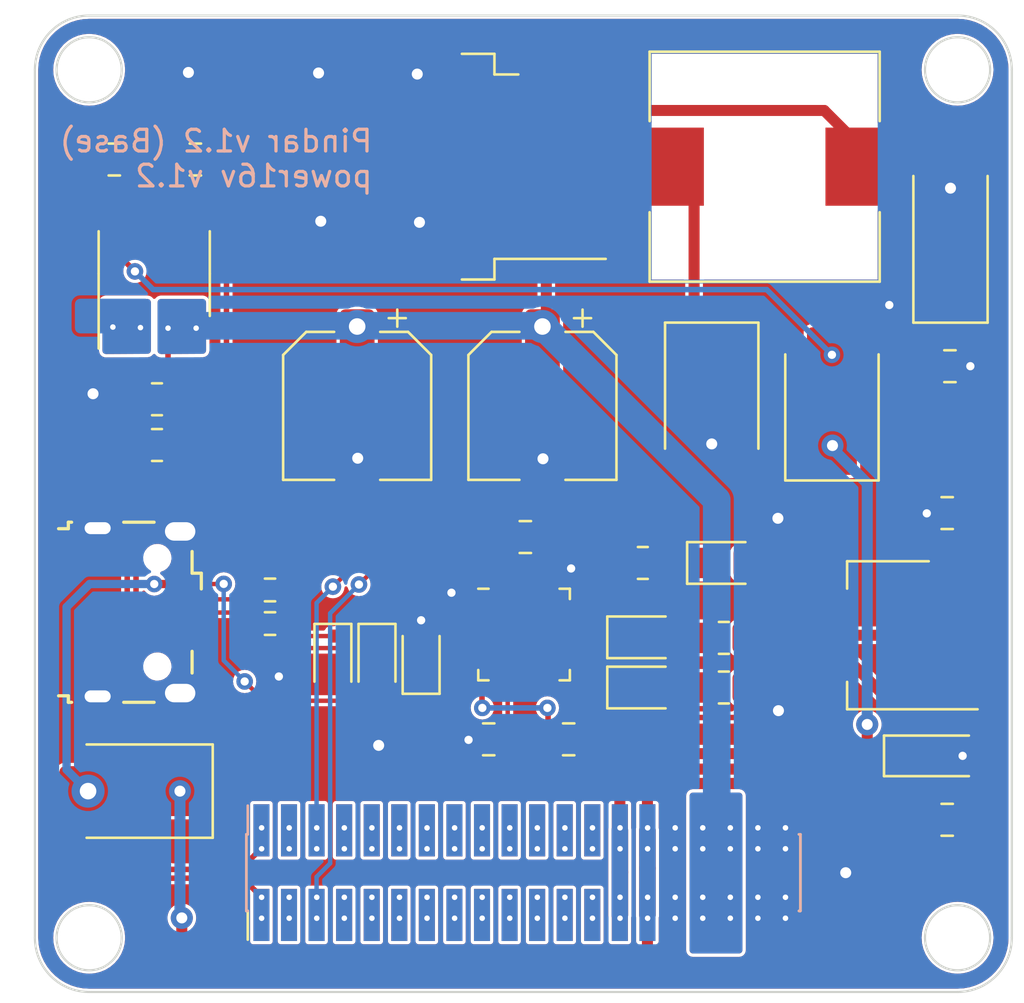
<source format=kicad_pcb>
(kicad_pcb (version 20221018) (generator pcbnew)
  (title_block (date "2023-06-14"))
  (layers (0 "F.Cu" signal) (31 "B.Cu" signal) (34 "B.Paste" user) (35 "F.Paste" user) (36 "B.SilkS" user "B.Silkscreen") (37 "F.SilkS" user "F.Silkscreen") (38 "B.Mask" user) (39 "F.Mask" user) (44 "Edge.Cuts" user))
  (net 0 "")
  (net 1 "/SPI_CS")
  (net 2 "/SPI_CLK")
  (net 3 "/SPI_MOSI")
  (net 4 "/SPI_MISO")
  (net 5 "/I2C_CLK")
  (net 6 "/GPIO_1")
  (net 7 "/GPIO_2")
  (net 8 "/GPIO_3")
  (net 9 "/GPIO_4")
  (net 10 "/GPIO_5")
  (net 11 "/GPIO_6")
  (net 12 "/GPIO_7")
  (net 13 "/GPIO_8")
  (net 14 "/ADC_1")
  (net 15 "/ADC_3")
  (net 16 "/ADC_4")
  (net 17 "/UART1_Rx")
  (net 18 "/UART1_Tx")
  (net 19 "/ADC_2")
  (net 20 "/I2C_SDA")
  (net 21 "/UART2_Rx")
  (net 22 "/UART2_Tx")
  (net 23 "/UART3_Rx")
  (net 24 "/UART3_Tx")
  (net 25 "/GPIO_9")
  (net 26 "/GPIO_10")
  (net 27 "+BATT")
  (net 28 "GND")
  (net 29 "+5V")
  (net 30 "+3.3V")
  (net 31 "Net-(U3-VPP)")
  (net 32 "Net-(D1-A)")
  (net 33 "/DCDC_+5V")
  (net 34 "/VIO")
  (net 35 "Net-(D3-K)")
  (net 36 "Net-(D4-K)")
  (net 37 "Net-(D5-K)")
  (net 38 "Net-(D7-K)")
  (net 39 "Net-(D8-K)")
  (net 40 "Net-(D8-A)")
  (net 41 "Net-(D9-K)")
  (net 42 "Net-(D9-A)")
  (net 43 "Net-(J1-D-)")
  (net 44 "Net-(J1-D+)")
  (net 58 "/+BATT_IN")
  (net 59 "Net-(U4-FILTER)")
  (footprint "Package_SO:SOIC-8_3.9x4.9mm_P1.27mm" (layer "F.Cu") (at 56.2172 44.613 90)
    (fp_text reference "U4" hide)
    (fp_text value "ACS712xLCTR-05B")
  )
  (footprint "Connector_USB:USB_Micro-B_Wuerth_629105150521" (layer "F.Cu") (at 55.561 60.22 -90)
    (fp_text reference "J1" hide)
    (fp_text value "USB_B_Micro")
  )
  (footprint "Capacitor_SMD:C_0805_2012Metric" (layer "F.Cu") (at 54.3782 39.3552 180)
    (fp_text reference "C12" hide)
    (fp_text value "0.1uF")
  )
  (footprint "Resistor_SMD:R_0603_1608Metric" (layer "F.Cu") (at 61.5512 60.742)
    (fp_text reference "R1" hide)
    (fp_text value "22")
  )
  (footprint "Diode_SMD:D_SOD-323" (layer "F.Cu") (at 68.5108 62.3676 90)
    (fp_text reference "D2" hide)
    (fp_text value "1N5819")
  )
  (footprint "Capacitor_SMD:C_0805_2012Metric" (layer "F.Cu") (at 75.3078 66.076 180)
    (fp_text reference "C9" hide)
    (fp_text value "0.1uF")
  )
  (footprint "Capacitor_SMD:C_0805_2012Metric" (layer "F.Cu") (at 71.6248 66.076)
    (fp_text reference "C5" hide)
    (fp_text value "1uF")
  )
  (footprint "Diode_SMD:D_SMB" (layer "F.Cu") (at 87.4338 50.4862 90)
    (fp_text reference "D6" hide)
    (fp_text value "SS54")
  )
  (footprint "Capacitor_SMD:CP_Elec_6.3x7.7" (layer "F.Cu") (at 65.5644 50.709 -90)
    (fp_text reference "C10" hide)
    (fp_text value "220uF")
  )
  (footprint "Diode_SMD:D_SOD-323" (layer "F.Cu") (at 66.4788 62.3676 -90)
    (fp_text reference "D4" hide)
    (fp_text value "1N5819")
  )
  (footprint "Resistor_SMD:R_0805_2012Metric" (layer "F.Cu") (at 56.3442 52.5124 180)
    (fp_text reference "R7" hide)
    (fp_text value "2k")
  )
  (footprint "Package_DFN_QFN:QFN-24-1EP_4x4mm_P0.5mm_EP2.6x2.6mm" (layer "F.Cu") (at 73.252 61.2464)
    (fp_text reference "U3" hide)
    (fp_text value "CP2104")
  )
  (footprint "Inductor_SMD:L_10.4x10.4_H4.8" (layer "F.Cu") (at 84.335 39.6854)
    (fp_text reference "L1" hide)
    (fp_text value "47uH")
  )
  (footprint "Capacitor_SMD:C_0805_2012Metric" (layer "F.Cu") (at 92.7424 55.65 180)
    (fp_text reference "C2" hide)
    (fp_text value "0.1uF")
  )
  (footprint "Capacitor_SMD:C_0805_2012Metric" (layer "F.Cu") (at 58.112 39.3552)
    (fp_text reference "C11" hide)
    (fp_text value "0.1uF")
  )
  (footprint "Capacitor_Tantalum_SMD:CP_EIA-6032-28_Kemet-C" (layer "F.Cu") (at 92.8948 43.1144 90)
    (fp_text reference "C7" hide)
    (fp_text value "220uF")
  )
  (footprint "Resistor_SMD:R_0805_2012Metric" (layer "F.Cu") (at 56.3442 50.4042)
    (fp_text reference "R6" hide)
    (fp_text value "10k")
  )
  (footprint "LED_SMD:LED_0805_2012Metric" (layer "F.Cu") (at 78.7701 61.3747)
    (fp_text reference "D9" hide)
    (fp_text value "LED")
  )
  (footprint "Diode_SMD:D_SMB" (layer "F.Cu") (at 55.252 68.4636 180)
    (fp_text reference "D1" hide)
    (fp_text value "SS54")
  )
  (footprint "Connector_PinHeader_1.27mm:PinHeader_2x20_P1.27mm_Vertical_SMD" (layer "F.Cu") (at 73.22 72.22 90)
    (fp_text reference "J3" hide)
    (fp_text value "TOP")
  )
  (footprint "Capacitor_SMD:CP_Elec_6.3x7.7" (layer "F.Cu") (at 74.0988 50.709 -90)
    (fp_text reference "C1" hide)
    (fp_text value "220uF")
  )
  (footprint "Resistor_SMD:R_0805_2012Metric" (layer "F.Cu") (at 78.7235 57.948)
    (fp_text reference "R3" hide)
    (fp_text value "10k")
  )
  (footprint "Diode_SMD:D_SOD-323" (layer "F.Cu") (at 64.4468 62.3676 -90)
    (fp_text reference "D5" hide)
    (fp_text value "1N5819")
  )
  (footprint "Capacitor_SMD:C_0805_2012Metric" (layer "F.Cu") (at 92.7424 69.7844)
    (fp_text reference "C6" hide)
    (fp_text value "0.1uF")
  )
  (footprint "Package_TO_SOT_SMD:SOT-223-3_TabPin2" (layer "F.Cu") (at 90.0424 61.28 180)
    (fp_text reference "U2" hide)
    (fp_text value "LM1117MP-3.3")
  )
  (footprint "Package_TO_SOT_SMD:TO-263-5_TabPin3" (layer "F.Cu") (at 67.063 39.6854 180)
    (fp_text reference "U1" hide)
    (fp_text value "LM2596S-5")
  )
  (footprint "Diode_SMD:D_SMB" (layer "F.Cu") (at 81.8966 50.5312 -90)
    (fp_text reference "D3" hide)
    (fp_text value "SS54")
  )
  (footprint "Capacitor_SMD:C_0805_2012Metric" (layer "F.Cu") (at 92.8694 48.8802)
    (fp_text reference "C8" hide)
    (fp_text value "0.1uF")
  )
  (footprint "Resistor_SMD:R_0805_2012Metric" (layer "F.Cu") (at 82.455 61.4024)
    (fp_text reference "R5" hide)
    (fp_text value "100")
  )
  (footprint "LED_SMD:LED_0805_2012Metric" (layer "F.Cu") (at 82.4484 57.948)
    (fp_text reference "D7" hide)
    (fp_text value "LED")
  )
  (footprint "Resistor_SMD:R_0603_1608Metric" (layer "F.Cu") (at 61.5512 59.1926)
    (fp_text reference "R2" hide)
    (fp_text value "22")
  )
  (footprint "Capacitor_Tantalum_SMD:CP_EIA-3216-12_Kemet-S" (layer "F.Cu") (at 92.1424 66.838)
    (fp_text reference "C3" hide)
    (fp_text value "47uF")
  )
  (footprint "Capacitor_SMD:C_0805_2012Metric" (layer "F.Cu") (at 73.3114 56.7542 180)
    (fp_text reference "C4" hide)
    (fp_text value "4.7uF")
  )
  (footprint "Resistor_SMD:R_0805_2012Metric" (layer "F.Cu") (at 82.455 63.6884)
    (fp_text reference "R4" hide)
    (fp_text value "100")
  )
  (footprint "LED_SMD:LED_0805_2012Metric" (layer "F.Cu") (at 78.7701 63.6884)
    (fp_text reference "D8" hide)
    (fp_text value "LED")
  )
  (footprint "Connector_PinHeader_1.27mm:PinHeader_2x20_P1.27mm_Vertical_SMD" (layer "B.Cu") (at 73.22 72.22 -90)
    (fp_text reference "J4" hide)
    (fp_text value "BUTTOM")
  )
  (footprint "" (layer "B.Cu") (at 54.3122 46.5688 90)
    (fp_text reference "" hide)
    (fp_text value "" hide)
  )
  (footprint "" (layer "B.Cu") (at 54.3122 42.7842 90)
    (fp_text reference "" hide)
    (fp_text value "" hide)
  )
  (gr_line locked (start 95.72 75.22) (end 95.72 35.22) (stroke (width 0.1)) (layer "Edge.Cuts"))
  (gr_arc locked (start 50.72 35.22) (mid 51.452233 33.452233) (end 53.22 32.72) (stroke (width 0.1)) (layer "Edge.Cuts"))
  (gr_circle locked (center 93.22 75.22) (end 91.72 75.22) (stroke (width 0.1)) (fill none) (layer "Edge.Cuts"))
  (gr_circle locked (center 53.22 35.22) (end 54.72 35.22) (stroke (width 0.1)) (fill none) (layer "Edge.Cuts"))
  (gr_line locked (start 93.22 32.72) (end 53.22 32.72) (stroke (width 0.1)) (layer "Edge.Cuts"))
  (gr_arc locked (start 93.22 32.72) (mid 94.987767 33.452233) (end 95.72 35.22) (stroke (width 0.1)) (layer "Edge.Cuts"))
  (gr_arc locked (start 95.72 75.22) (mid 94.987767 76.987767) (end 93.22 77.72) (stroke (width 0.1)) (layer "Edge.Cuts"))
  (gr_circle locked (center 93.22 35.22) (end 93.22 36.72) (stroke (width 0.1)) (fill none) (layer "Edge.Cuts"))
  (gr_line locked (start 53.22 77.72) (end 93.22 77.72) (stroke (width 0.1)) (layer "Edge.Cuts"))
  (gr_arc locked (start 53.22 77.72) (mid 51.452233 76.987767) (end 50.72 75.22) (stroke (width 0.1)) (layer "Edge.Cuts"))
  (gr_circle locked (center 53.22 75.22) (end 53.22 73.72) (stroke (width 0.1)) (fill none) (layer "Edge.Cuts"))
  (gr_line locked (start 50.72 35.22) (end 50.72 75.22) (stroke (width 0.1)) (layer "Edge.Cuts"))
  (gr_text "Pindar v1.2 (Base)\npower16v v1.2" (at 66.3518 40.7014) (layer "B.SilkS") (effects (font (size 1 1)) (justify left bottom mirror)))
  (via (at 68.7832 73.3552) (size 0.508) (drill 0.254) (layers "F.Cu" "B.Cu") (net 1))
  (via (at 68.7832 74.3204) (size 0.508) (drill 0.254) (layers "F.Cu" "B.Cu") (net 1))
  (via (at 68.7832 71.12) (size 0.508) (drill 0.254) (layers "F.Cu" "B.Cu") (net 2))
  (via (at 68.7832 70.1548) (size 0.508) (drill 0.254) (layers "F.Cu" "B.Cu") (net 2))
  (via (at 70.0532 73.3552) (size 0.508) (drill 0.254) (layers "F.Cu" "B.Cu") (net 3))
  (via (at 70.0532 74.3204) (size 0.508) (drill 0.254) (layers "F.Cu" "B.Cu") (net 3))
  (via (at 70.0532 71.12) (size 0.508) (drill 0.254) (layers "F.Cu" "B.Cu") (net 4))
  (via (at 70.0532 70.1548) (size 0.508) (drill 0.254) (layers "F.Cu" "B.Cu") (net 4))
  (via (at 67.5132 71.12) (size 0.508) (drill 0.254) (layers "F.Cu" "B.Cu") (net 5))
  (via (at 67.5132 70.1548) (size 0.508) (drill 0.254) (layers "F.Cu" "B.Cu") (net 5))
  (via (at 71.3232 74.3204) (size 0.508) (drill 0.254) (layers "F.Cu" "B.Cu") (net 6))
  (via (at 71.3232 73.3552) (size 0.508) (drill 0.254) (layers "F.Cu" "B.Cu") (net 6))
  (via (at 71.3232 71.12) (size 0.508) (drill 0.254) (layers "F.Cu" "B.Cu") (net 7))
  (via (at 71.3232 70.1548) (size 0.508) (drill 0.254) (layers "F.Cu" "B.Cu") (net 7))
  (via (at 72.5932 74.3204) (size 0.508) (drill 0.254) (layers "F.Cu" "B.Cu") (net 8))
  (via (at 72.5932 73.3552) (size 0.508) (drill 0.254) (layers "F.Cu" "B.Cu") (net 8))
  (via (at 72.5932 71.12) (size 0.508) (drill 0.254) (layers "F.Cu" "B.Cu") (net 9))
  (via (at 72.5932 70.1548) (size 0.508) (drill 0.254) (layers "F.Cu" "B.Cu") (net 9))
  (via (at 73.8632 74.3204) (size 0.508) (drill 0.254) (layers "F.Cu" "B.Cu") (net 10))
  (via (at 73.8632 73.3552) (size 0.508) (drill 0.254) (layers "F.Cu" "B.Cu") (net 10))
  (via (at 73.8632 71.12) (size 0.508) (drill 0.254) (layers "F.Cu" "B.Cu") (net 11))
  (via (at 73.8632 70.1548) (size 0.508) (drill 0.254) (layers "F.Cu" "B.Cu") (net 11))
  (via (at 75.1332 74.3204) (size 0.508) (drill 0.254) (layers "F.Cu" "B.Cu") (net 12))
  (via (at 75.1332 73.3552) (size 0.508) (drill 0.254) (layers "F.Cu" "B.Cu") (net 12))
  (via (at 75.1332 71.12) (size 0.508) (drill 0.254) (layers "F.Cu" "B.Cu") (net 13))
  (via (at 75.1332 70.1548) (size 0.508) (drill 0.254) (layers "F.Cu" "B.Cu") (net 13))
  (segment (start 57.2567 54.2415) (end 57.2567 52.5124) (width 0.254) (layer "F.Cu") (net 14))
  (segment (start 61.155 74.17) (end 61.155 73.34) (width 0.254) (layer "F.Cu") (net 14))
  (segment (start 57.2567 50.4042) (end 57.2567 52.5124) (width 0.254) (layer "F.Cu") (net 14))
  (segment (start 54.9726 70.714736) (end 54.9726 56.5256) (width 0.254) (layer "F.Cu") (net 14))
  (segment (start 56.734664 72.4768) (end 54.9726 70.714736) (width 0.254) (layer "F.Cu") (net 14))
  (segment (start 60.2918 72.4768) (end 56.734664 72.4768) (width 0.254) (layer "F.Cu") (net 14))
  (segment (start 61.155 73.34) (end 60.2918 72.4768) (width 0.254) (layer "F.Cu") (net 14))
  (segment (start 54.9726 56.5256) (end 57.2567 54.2415) (width 0.254) (layer "F.Cu") (net 14))
  (via (at 61.1632 73.3552) (size 0.508) (drill 0.254) (layers "F.Cu" "B.Cu") (net 14))
  (via (at 61.1632 74.3204) (size 0.508) (drill 0.254) (layers "F.Cu" "B.Cu") (net 14))
  (via (at 62.4332 74.3204) (size 0.508) (drill 0.254) (layers "F.Cu" "B.Cu") (net 15))
  (via (at 62.4332 73.3552) (size 0.508) (drill 0.254) (layers "F.Cu" "B.Cu") (net 15))
  (via (at 62.4332 71.12) (size 0.508) (drill 0.254) (layers "F.Cu" "B.Cu") (net 16))
  (via (at 62.4332 70.1548) (size 0.508) (drill 0.254) (layers "F.Cu" "B.Cu") (net 16))
  (segment (start 73.2098 58.1512) (end 66.437026 58.1512) (width 0.2032) (layer "F.Cu") (net 17))
  (segment (start 66.437026 58.1512) (end 65.64672 58.941506) (width 0.2032) (layer "F.Cu") (net 17))
  (segment (start 73.502 58.4434) (end 73.2098 58.1512) (width 0.2032) (layer "F.Cu") (net 17))
  (segment (start 73.502 59.3089) (end 73.502 58.4434) (width 0.2032) (layer "F.Cu") (net 17))
  (via (at 65.64672 58.941506) (size 0.762) (drill 0.381) (layers "F.Cu" "B.Cu") (net 17))
  (via (at 63.7032 73.3552) (size 0.508) (drill 0.254) (layers "F.Cu" "B.Cu") (net 17))
  (via (at 63.7032 74.3204) (size 0.508) (drill 0.254) (layers "F.Cu" "B.Cu") (net 17))
  (segment (start 64.319 71.7918) (end 64.319 60.269226) (width 0.2032) (layer "B.Cu") (net 17))
  (segment (start 63.695 74.17) (end 63.695 72.4158) (width 0.2032) (layer "B.Cu") (net 17))
  (segment (start 64.319 60.269226) (end 65.64672 58.941506) (width 0.2032) (layer "B.Cu") (net 17))
  (segment (start 63.695 72.4158) (end 64.319 71.7918) (width 0.2032) (layer "B.Cu") (net 17))
  (segment (start 65.6914 57.7956) (end 64.4468 59.0402) (width 0.2032) (layer "F.Cu") (net 18))
  (segment (start 74.002 58.4354) (end 73.3622 57.7956) (width 0.2032) (layer "F.Cu") (net 18))
  (segment (start 73.3622 57.7956) (end 65.6914 57.7956) (width 0.2032) (layer "F.Cu") (net 18))
  (segment (start 74.002 59.3089) (end 74.002 58.4354) (width 0.2032) (layer "F.Cu") (net 18))
  (via (at 63.7032 71.12) (size 0.508) (drill 0.254) (layers "F.Cu" "B.Cu") (net 18))
  (via (at 63.7032 70.1548) (size 0.508) (drill 0.254) (layers "F.Cu" "B.Cu") (net 18))
  (via (at 64.4468 59.0402) (size 0.762) (drill 0.381) (layers "F.Cu" "B.Cu") (net 18))
  (segment (start 63.695 70.27) (end 63.695 59.792) (width 0.2032) (layer "B.Cu") (net 18))
  (segment (start 63.695 59.792) (end 64.4468 59.0402) (width 0.2032) (layer "B.Cu") (net 18))
  (segment (start 55.5822 40.7776) (end 55.3282 40.5236) (width 0.254) (layer "F.Cu") (net 19))
  (segment (start 55.3282 40.5236) (end 55.3282 39.3552) (width 0.254) (layer "F.Cu") (net 19))
  (segment (start 61.155 71.1) (end 60.1846 72.0704) (width 0.254) (layer "F.Cu") (net 19))
  (segment (start 56.903 72.0704) (end 55.379 70.5464) (width 0.254) (layer "F.Cu") (net 19))
  (segment (start 59.5446 52.528336) (end 59.5446 44.8924) (width 0.254) (layer "F.Cu") (net 19))
  (segment (start 60.1846 72.0704) (end 56.903 72.0704) (width 0.254) (layer "F.Cu") (net 19))
  (segment (start 55.379 56.693936) (end 59.5446 52.528336) (width 0.254) (layer "F.Cu") (net 19))
  (segment (start 55.379 70.5464) (end 55.379 56.693936) (width 0.254) (layer "F.Cu") (net 19))
  (segment (start 61.155 70.27) (end 61.155 71.1) (width 0.254) (layer "F.Cu") (net 19))
  (segment (start 55.9886 44.0796) (end 55.5822 43.6732) (width 0.254) (layer "F.Cu") (net 19))
  (segment (start 55.5822 42.138) (end 55.5822 40.7776) (width 0.254) (layer "F.Cu") (net 19))
  (segment (start 59.5446 44.8924) (end 58.7318 44.0796) (width 0.254) (layer "F.Cu") (net 19))
  (segment (start 58.7318 44.0796) (end 55.9886 44.0796) (width 0.254) (layer "F.Cu") (net 19))
  (segment (start 55.5822 43.6732) (end 55.5822 42.138) (width 0.254) (layer "F.Cu") (net 19))
  (via (at 61.1632 70.1548) (size 0.508) (drill 0.254) (layers "F.Cu" "B.Cu") (net 19))
  (via (at 61.1632 71.12) (size 0.508) (drill 0.254) (layers "F.Cu" "B.Cu") (net 19))
  (via (at 67.5132 74.3204) (size 0.508) (drill 0.254) (layers "F.Cu" "B.Cu") (net 20))
  (via (at 67.5132 73.3552) (size 0.508) (drill 0.254) (layers "F.Cu" "B.Cu") (net 20))
  (via (at 64.9732 74.3204) (size 0.508) (drill 0.254) (layers "F.Cu" "B.Cu") (net 21))
  (via (at 64.9732 73.3552) (size 0.508) (drill 0.254) (layers "F.Cu" "B.Cu") (net 21))
  (via (at 64.9732 71.12) (size 0.508) (drill 0.254) (layers "F.Cu" "B.Cu") (net 22))
  (via (at 64.9732 70.1548) (size 0.508) (drill 0.254) (layers "F.Cu" "B.Cu") (net 22))
  (via (at 66.2432 73.3552) (size 0.508) (drill 0.254) (layers "F.Cu" "B.Cu") (net 23))
  (via (at 66.2432 74.3204) (size 0.508) (drill 0.254) (layers "F.Cu" "B.Cu") (net 23))
  (via (at 66.2432 71.12) (size 0.508) (drill 0.254) (layers "F.Cu" "B.Cu") (net 24))
  (via (at 66.2432 70.1548) (size 0.508) (drill 0.254) (layers "F.Cu" "B.Cu") (net 24))
  (via (at 76.4032 74.3204) (size 0.508) (drill 0.254) (layers "F.Cu" "B.Cu") (net 25))
  (via (at 76.4032 73.3552) (size 0.508) (drill 0.254) (layers "F.Cu" "B.Cu") (net 25))
  (via (at 76.4032 71.12) (size 0.508) (drill 0.254) (layers "F.Cu" "B.Cu") (net 26))
  (via (at 76.4032 70.1548) (size 0.508) (drill 0.254) (layers "F.Cu" "B.Cu") (net 26))
  (segment (start 58.1476 47.1276) (end 58.0826 47.1276) (width 0.381) (layer "F.Cu") (net 27))
  (segment (start 58.1476 47.0626) (end 58.1476 47.1276) (width 0.381) (layer "F.Cu") (net 27))
  (segment (start 55.4317 50.4042) (end 56.8522 48.9837) (width 0.254) (layer "F.Cu") (net 27))
  (segment (start 58.1918 47.0184) (end 58.1476 47.0626) (width 0.381) (layer "F.Cu") (net 27))
  (segment (start 74.2766 46.8406) (end 74.0988 47.0184) (width 0.508) (layer "F.Cu") (net 27))
  (segment (start 74.713 43.0854) (end 74.2766 43.5218) (width 0.508) (layer "F.Cu") (net 27))
  (segment (start 56.8522 48.9837) (end 56.8522 47.1276) (width 0.254) (layer "F.Cu") (net 27))
  (segment (start 58.0826 47.1276) (end 58.1222 47.088) (width 0.381) (layer "F.Cu") (net 27))
  (segment (start 74.2766 43.5218) (end 74.2766 46.8406) (width 0.508) (layer "F.Cu") (net 27))
  (segment (start 56.8522 47.1276) (end 56.8522 47.088) (width 0.254) (layer "F.Cu") (net 27))
  (via (at 81.4832 71.12) (size 0.508) (drill 0.254) (layers "F.Cu" "B.Cu") (net 27))
  (via (at 81.4832 74.3204) (size 0.508) (drill 0.254) (layers "F.Cu" "B.Cu") (net 27))
  (via (at 58.1476 47.1276) (size 0.508) (drill 0.254) (layers "F.Cu" "B.Cu") (net 27))
  (via (at 81.4832 73.3552) (size 0.508) (drill 0.254) (layers "F.Cu" "B.Cu") (net 27))
  (via (at 82.7532 74.3204) (size 0.508) (drill 0.254) (layers "F.Cu" "B.Cu") (net 27))
  (via (at 56.8522 47.1276) (size 0.508) (drill 0.254) (layers "F.Cu" "B.Cu") (net 27))
  (via (at 82.7532 70.1548) (size 0.508) (drill 0.254) (layers "F.Cu" "B.Cu") (net 27))
  (via (at 82.7532 71.12) (size 0.508) (drill 0.254) (layers "F.Cu" "B.Cu") (net 27))
  (via (at 81.4832 70.1548) (size 0.508) (drill 0.254) (layers "F.Cu" "B.Cu") (net 27))
  (via (at 65.5644 47.0514) (size 1.524) (drill 0.762) (layers "F.Cu" "B.Cu") (net 27))
  (via (at 82.7532 73.3552) (size 0.508) (drill 0.254) (layers "F.Cu" "B.Cu") (net 27))
  (via (at 74.0988 47.0514) (size 1.524) (drill 0.762) (layers "F.Cu" "B.Cu") (net 27))
  (segment (start 82.1252 55.0448) (end 74.0988 47.0184) (width 1.27) (layer "B.Cu") (net 27))
  (segment (start 82.1252 72.2482) (end 82.1252 55.0448) (width 1.27) (layer "B.Cu") (net 27))
  (segment (start 74.0988 47.0184) (end 57.5456 47.0184) (width 1.27) (layer "B.Cu") (net 27))
  (segment (start 68.5108 61.3176) (end 68.5108 60.589602) (width 0.2032) (layer "F.Cu") (net 28))
  (via (at 88.0688 72.2228) (size 1.016) (drill 0.508) (layers "F.Cu" "B.Cu") (net 28))
  (via (at 74.1242 53.1474) (size 1.016) (drill 0.508) (layers "F.Cu" "B.Cu") (net 28))
  (via (at 92.8948 40.676) (size 1.016) (drill 0.508) (layers "F.Cu" "B.Cu") (net 28))
  (via (at 85.2932 73.3552) (size 0.508) (drill 0.254) (layers "F.Cu" "B.Cu") (net 28))
  (via (at 84.0232 70.1548) (size 0.508) (drill 0.254) (layers "F.Cu" "B.Cu") (net 28))
  (via (at 68.5108 60.589602) (size 0.762) (drill 0.381) (layers "F.Cu" "B.Cu") (net 28))
  (via (at 84.0232 73.3552) (size 0.508) (drill 0.254) (layers "F.Cu" "B.Cu") (net 28))
  (via (at 68.4346 42.2508) (size 1.016) (drill 0.508) (layers "F.Cu" "B.Cu") (net 28))
  (via (at 85.2932 70.1548) (size 0.508) (drill 0.254) (layers "F.Cu" "B.Cu") (net 28))
  (via (at 53.3978 50.1502) (size 1.016) (drill 0.508) (layers "F.Cu" "B.Cu") (net 28))
  (via (at 63.7864 35.3674) (size 1.016) (drill 0.508) (layers "F.Cu" "B.Cu") (net 28))
  (via (at 69.9078 59.3196) (size 0.762) (drill 0.381) (layers "F.Cu" "B.Cu") (net 28))
  (via (at 84.9446 55.8906) (size 1.016) (drill 0.508) (layers "F.Cu" "B.Cu") (net 28))
  (via (at 63.888 42.2) (size 1.016) (drill 0.508) (layers "F.Cu" "B.Cu") (net 28))
  (via (at 84.97 64.7552) (size 1.016) (drill 0.508) (layers "F.Cu" "B.Cu") (net 28))
  (via (at 81.8966 52.4616) (size 1.016) (drill 0.508) (layers "F.Cu" "B.Cu") (net 28))
  (via (at 85.2932 71.12) (size 0.508) (drill 0.254) (layers "F.Cu" "B.Cu") (net 28))
  (via (at 57.792 35.342) (size 1.016) (drill 0.508) (layers "F.Cu" "B.Cu") (net 28))
  (via (at 80.2132 74.3204) (size 0.508) (drill 0.254) (layers "F.Cu" "B.Cu") (net 28))
  (via (at 93.4536 66.838) (size 0.762) (drill 0.381) (layers "F.Cu" "B.Cu") (net 28))
  (via (at 90.0754 46.0608) (size 0.762) (drill 0.381) (layers "F.Cu" "B.Cu") (net 28))
  (via (at 70.6952 66.1014) (size 0.762) (drill 0.381) (layers "F.Cu" "B.Cu") (net 28))
  (via (at 80.2132 73.3552) (size 0.508) (drill 0.254) (layers "F.Cu" "B.Cu") (net 28))
  (via (at 75.4196 58.202) (size 0.762) (drill 0.381) (layers "F.Cu" "B.Cu") (net 28))
  (via (at 91.8026 55.662) (size 0.762) (drill 0.381) (layers "F.Cu" "B.Cu") (net 28))
  (via (at 84.0232 71.12) (size 0.508) (drill 0.254) (layers "F.Cu" "B.Cu") (net 28))
  (via (at 80.2132 70.1548) (size 0.508) (drill 0.254) (layers "F.Cu" "B.Cu") (net 28))
  (via (at 61.9576 63.1804) (size 0.762) (drill 0.381) (layers "F.Cu" "B.Cu") (net 28))
  (via (at 66.555 66.3554) (size 1.016) (drill 0.508) (layers "F.Cu" "B.Cu") (net 28))
  (via (at 68.333 35.4182) (size 1.016) (drill 0.508) (layers "F.Cu" "B.Cu") (net 28))
  (via (at 85.2932 74.3204) (size 0.508) (drill 0.254) (layers "F.Cu" "B.Cu") (net 28))
  (via (at 80.2132 71.12) (size 0.508) (drill 0.254) (layers "F.Cu" "B.Cu") (net 28))
  (via (at 84.0232 74.3204) (size 0.508) (drill 0.254) (layers "F.Cu" "B.Cu") (net 28))
  (via (at 65.5898 53.122) (size 1.016) (drill 0.508) (layers "F.Cu" "B.Cu") (net 28))
  (via (at 93.8092 48.8802) (size 0.762) (drill 0.381) (layers "F.Cu" "B.Cu") (net 28))
  (segment (start 93.6924 55.65) (end 93.6924 53.6148) (width 0.381) (layer "F.Cu") (net 29))
  (segment (start 93.6924 58.48) (end 93.1924 58.98) (width 0.381) (layer "F.Cu") (net 29))
  (segment (start 57.487182 75.727982) (end 57.487182 74.3056) (width 0.508) (layer "F.Cu") (net 29))
  (segment (start 58.173 76.4138) (end 57.487182 75.727982) (width 0.508) (layer "F.Cu") (net 29))
  (segment (start 78.935 70.27) (end 78.935 72.0196) (width 0.762) (layer "F.Cu") (net 29))
  (segment (start 93.6924 53.6148) (end 92.7138 52.6362) (width 0.381) (layer "F.Cu") (net 29))
  (segment (start 78.935 75.9972) (end 78.5184 76.4138) (width 0.508) (layer "F.Cu") (net 29))
  (segment (start 79.5852 67.4476) (end 78.935 68.0978) (width 0.508) (layer "F.Cu") (net 29))
  (segment (start 92.7138 52.6362) (end 87.4338 52.6362) (width 0.381) (layer "F.Cu") (net 29))
  (segment (start 78.935 72.0196) (end 78.935 74.17) (width 0.762) (layer "F.Cu") (net 29))
  (segment (start 78.5184 76.4138) (end 58.173 76.4138) (width 0.508) (layer "F.Cu") (net 29))
  (segment (start 89.0594 65.3902) (end 89.0594 66.4824) (width 0.508) (layer "F.Cu") (net 29))
  (segment (start 78.935 68.0978) (end 78.935 70.27) (width 0.508) (layer "F.Cu") (net 29))
  (segment (start 88.0942 67.4476) (end 79.5852 67.4476) (width 0.508) (layer "F.Cu") (net 29))
  (segment (start 93.6924 55.65) (end 93.6924 58.48) (width 0.381) (layer "F.Cu") (net 29))
  (segment (start 78.935 72.0196) (end 78.935 75.9972) (width 0.508) (layer "F.Cu") (net 29))
  (segment (start 89.0594 66.4824) (end 88.0942 67.4476) (width 0.508) (layer "F.Cu") (net 29))
  (via (at 78.9432 73.3552) (size 0.508) (drill 0.254) (layers "F.Cu" "B.Cu") (net 29))
  (via (at 89.0594 65.3902) (size 1.016) (drill 0.508) (layers "F.Cu" "B.Cu") (net 29))
  (via (at 57.487182 74.3056) (size 1.016) (drill 0.508) (layers "F.Cu" "B.Cu") (net 29))
  (via (at 78.9432 71.12) (size 0.508) (drill 0.254) (layers "F.Cu" "B.Cu") (net 29))
  (via (at 57.402 68.4636) (size 1.016) (drill 0.508) (layers "F.Cu" "B.Cu") (net 29))
  (via (at 87.4592 52.5378) (size 1.016) (drill 0.508) (layers "F.Cu" "B.Cu") (net 29))
  (via (at 78.9432 70.1548) (size 0.508) (drill 0.254) (layers "F.Cu" "B.Cu") (net 29))
  (via (at 78.9432 74.3204) (size 0.508) (drill 0.254) (layers "F.Cu" "B.Cu") (net 29))
  (segment (start 78.935 70.27) (end 78.935 74.17) (width 0.762) (layer "B.Cu") (net 29))
  (segment (start 57.402 68.4636) (end 57.402 74.220418) (width 0.508) (layer "B.Cu") (net 29))
  (segment (start 89.0594 54.2814) (end 87.4338 52.6558) (width 0.508) (layer "B.Cu") (net 29))
  (segment (start 57.402 74.220418) (end 57.487182 74.3056) (width 0.508) (layer "B.Cu") (net 29))
  (segment (start 89.0594 65.3902) (end 89.0594 54.2814) (width 0.508) (layer "B.Cu") (net 29))
  (segment (start 90.7924 67.7328) (end 90.7924 66.838) (width 0.508) (layer "F.Cu") (net 30))
  (segment (start 79.0772 66.7364) (end 85.986 66.7364) (width 0.508) (layer "F.Cu") (net 30))
  (segment (start 85.2494 57.948) (end 83.3859 57.948) (width 0.2032) (layer "F.Cu") (net 30))
  (segment (start 90.7924 66.838) (end 90.7924 65.015) (width 0.508) (layer "F.Cu") (net 30))
  (segment (start 86.8924 59.591) (end 85.2494 57.948) (width 0.2032) (layer "F.Cu") (net 30))
  (segment (start 91.7924 69.7844) (end 91.7924 68.7328) (width 0.508) (layer "F.Cu") (net 30))
  (segment (start 77.665 72.1974) (end 77.665 74.17) (width 0.762) (layer "F.Cu") (net 30))
  (segment (start 85.986 66.7364) (end 86.8924 65.83) (width 0.508) (layer "F.Cu") (net 30))
  (segment (start 90.7924 65.015) (end 87.0574 61.28) (width 0.508) (layer "F.Cu") (net 30))
  (segment (start 86.8924 61.28) (end 86.8924 59.591) (width 0.2032) (layer "F.Cu") (net 30))
  (segment (start 91.7924 68.7328) (end 90.7924 67.7328) (width 0.508) (layer "F.Cu") (net 30))
  (segment (start 77.665 72.1974) (end 77.665 68.1486) (width 0.508) (layer "F.Cu") (net 30))
  (segment (start 86.8924 65.83) (end 86.8924 61.28) (width 0.508) (layer "F.Cu") (net 30))
  (segment (start 93.1924 61.28) (end 86.8924 61.28) (width 0.508) (layer "F.Cu") (net 30))
  (segment (start 87.0574 61.28) (end 86.8924 61.28) (width 0.508) (layer "F.Cu") (net 30))
  (segment (start 77.665 70.27) (end 77.665 72.1974) (width 0.762) (layer "F.Cu") (net 30))
  (segment (start 77.665 68.1486) (end 79.0772 66.7364) (width 0.508) (layer "F.Cu") (net 30))
  (via (at 77.6732 74.3204) (size 0.508) (drill 0.254) (layers "F.Cu" "B.Cu") (net 30))
  (via (at 77.6732 71.12) (size 0.508) (drill 0.254) (layers "F.Cu" "B.Cu") (net 30))
  (via (at 77.6732 73.3552) (size 0.508) (drill 0.254) (layers "F.Cu" "B.Cu") (net 30))
  (via (at 77.6732 70.1548) (size 0.508) (drill 0.254) (layers "F.Cu" "B.Cu") (net 30))
  (segment (start 77.665 70.27) (end 77.665 74.17) (width 0.762) (layer "B.Cu") (net 30))
  (segment (start 75.9022 56.7542) (end 76.5372 57.3892) (width 0.2032) (layer "F.Cu") (net 31))
  (segment (start 76.1558 60.9964) (end 75.1895 60.9964) (width 0.2032) (layer "F.Cu") (net 31))
  (segment (start 74.2614 56.7542) (end 75.9022 56.7542) (width 0.2032) (layer "F.Cu") (net 31))
  (segment (start 76.5372 60.615) (end 76.1558 60.9964) (width 0.2032) (layer "F.Cu") (net 31))
  (segment (start 76.5372 57.3892) (end 76.5372 60.615) (width 0.2032) (layer "F.Cu") (net 31))
  (segment (start 61.2718 64.298) (end 66.8598 64.298) (width 0.2032) (layer "F.Cu") (net 32))
  (segment (start 72.4986 65.9998) (end 72.4986 63.1873) (width 0.2032) (layer "F.Cu") (net 32))
  (segment (start 59.4176 58.9132) (end 59.4108 58.92) (width 0.2032) (layer "F.Cu") (net 32))
  (segment (start 69.1712 67.1174) (end 71.5334 67.1174) (width 0.2032) (layer "F.Cu") (net 32))
  (segment (start 67.7402 63.4176) (end 68.5108 63.4176) (width 0.2032) (layer "F.Cu") (net 32))
  (segment (start 66.8598 64.298) (end 67.7402 63.4176) (width 0.2032) (layer "F.Cu") (net 32))
  (segment (start 71.5334 67.1174) (end 72.5748 66.076) (width 0.2032) (layer "F.Cu") (net 32))
  (segment (start 72.4986 63.1873) (end 72.502 63.1839) (width 0.2032) (layer "F.Cu") (net 32))
  (segment (start 60.3828 63.409) (end 61.2718 64.298) (width 0.2032) (layer "F.Cu") (net 32))
  (segment (start 57.42 58.92) (end 56.2172 58.92) (width 0.381) (layer "F.Cu") (net 32))
  (segment (start 72.502 63.1839) (end 72.002 63.1839) (width 0.2032) (layer "F.Cu") (net 32))
  (segment (start 59.4108 58.92) (end 57.42 58.92) (width 0.2032) (layer "F.Cu") (net 32))
  (segment (start 53.102 68.4636) (end 53.1692 68.4636) (width 0.381) (layer "F.Cu") (net 32))
  (segment (start 68.5108 66.457) (end 69.1712 67.1174) (width 0.2032) (layer "F.Cu") (net 32))
  (segment (start 68.5108 63.4176) (end 68.5108 66.457) (width 0.2032) (layer "F.Cu") (net 32))
  (segment (start 72.5748 66.076) (end 72.4986 65.9998) (width 0.2032) (layer "F.Cu") (net 32))
  (via (at 59.4176 58.9132) (size 0.762) (drill 0.381) (layers "F.Cu" "B.Cu") (net 32))
  (via (at 60.3828 63.409) (size 0.762) (drill 0.381) (layers "F.Cu" "B.Cu") (net 32))
  (via (at 56.2172 58.92) (size 0.762) (drill 0.381) (layers "F.Cu" "B.Cu") (net 32))
  (via (at 53.1692 68.4636) (size 1.524) (drill 0.762) (layers "F.Cu" "B.Cu") (net 32))
  (segment (start 59.4176 62.4438) (end 59.4176 58.9132) (width 0.2032) (layer "B.Cu") (net 32))
  (segment (start 53.1692 68.4636) (end 52.1786 67.473) (width 0.381) (layer "B.Cu") (net 32))
  (segment (start 52.1786 67.473) (end 52.1786 59.98) (width 0.381) (layer "B.Cu") (net 32))
  (segment (start 53.2386 58.92) (end 56.2172 58.92) (width 0.381) (layer "B.Cu") (net 32))
  (segment (start 60.3828 63.409) (end 59.4176 62.4438) (width 0.2032) (layer "B.Cu") (net 32))
  (segment (start 52.1786 59.98) (end 53.2386 58.92) (width 0.381) (layer "B.Cu") (net 32))
  (segment (start 91.9194 48.8802) (end 91.9804 48.8192) (width 0.508) (layer "F.Cu") (net 33))
  (segment (start 88.485 38.5014) (end 88.485 39.6854) (width 0.508) (layer "F.Cu") (net 33))
  (segment (start 88.485 39.6854) (end 88.8562 39.6854) (width 0.508) (layer "F.Cu") (net 33))
  (segment (start 91.9194 48.8802) (end 87.9582 48.8802) (width 0.508) (layer "F.Cu") (net 33))
  (segment (start 87.4338 48.3558) (end 87.4338 48.355804) (width 0.254) (layer "F.Cu") (net 33))
  (segment (start 91.9804 48.8192) (end 91.9804 46.4913) (width 0.508) (layer "F.Cu") (net 33))
  (segment (start 77.6276 37.9346) (end 78.4676 37.0946) (width 0.508) (layer "F.Cu") (net 33))
  (segment (start 74.7638 37.9346) (end 77.6276 37.9346) (width 0.508) (layer "F.Cu") (net 33))
  (segment (start 54.3122 42.138) (end 54.3122 43.4954) (width 0.254) (layer "F.Cu") (net 33))
  (segment (start 88.8562 39.6854) (end 92.8948 43.724) (width 0.508) (layer "F.Cu") (net 33))
  (segment (start 74.713 37.9854) (end 74.7638 37.9346) (width 0.508) (layer "F.Cu") (net 33))
  (segment (start 78.4676 37.0946) (end 87.0782 37.0946) (width 0.508) (layer "F.Cu") (net 33))
  (segment (start 54.3122 43.4954) (end 55.3282 44.5114) (width 0.254) (layer "F.Cu") (net 33))
  (segment (start 87.9582 48.8802) (end 87.4338 48.3558) (width 0.508) (layer "F.Cu") (net 33))
  (segment (start 91.9804 46.4913) (end 92.8948 45.5769) (width 0.508) (layer "F.Cu") (net 33))
  (segment (start 87.0782 37.0946) (end 88.485 38.5014) (width 0.508) (layer "F.Cu") (net 33))
  (segment (start 92.8948 43.724) (end 92.8948 45.5769) (width 0.508) (layer "F.Cu") (net 33))
  (via (at 87.4338 48.355804) (size 0.762) (drill 0.381) (layers "F.Cu" "B.Cu") (net 33))
  (via (at 55.3282 44.5114) (size 0.762) (drill 0.381) (layers "F.Cu" "B.Cu") (net 33))
  (segment (start 87.4338 48.355804) (end 84.427596 45.3496) (width 0.254) (layer "B.Cu") (net 33))
  (segment (start 84.427596 45.3496) (end 56.1664 45.3496) (width 0.254) (layer "B.Cu") (net 33))
  (segment (start 56.1664 45.3496) (end 55.3282 44.5114) (width 0.254) (layer "B.Cu") (net 33))
  (segment (start 71.3145 61.9964) (end 71.3145 62.4964) (width 0.254) (layer "F.Cu") (net 34))
  (segment (start 74.3578 66.076) (end 74.3578 66.0202) (width 0.254) (layer "F.Cu") (net 34))
  (segment (start 71.3145 64.6125) (end 71.3302 64.6282) (width 0.254) (layer "F.Cu") (net 34))
  (segment (start 82.9772 65.0716) (end 83.3675 64.6813) (width 0.254) (layer "F.Cu") (net 34))
  (segment (start 74.3578 66.0202) (end 75.3064 65.0716) (width 0.254) (layer "F.Cu") (net 34))
  (segment (start 71.3145 62.4964) (end 71.3145 64.6125) (width 0.254) (layer "F.Cu") (net 34))
  (segment (start 83.3675 63.6884) (end 83.3675 61.4024) (width 0.254) (layer "F.Cu") (net 34))
  (segment (start 75.3064 65.0716) (end 82.9772 65.0716) (width 0.254) (layer "F.Cu") (net 34))
  (segment (start 74.3578 66.076) (end 74.3578 64.658598) (width 0.254) (layer "F.Cu") (net 34))
  (segment (start 74.3578 64.658598) (end 74.3274 64.628198) (width 0.254) (layer "F.Cu") (net 34))
  (segment (start 83.3675 64.6813) (end 83.3675 63.6884) (width 0.254) (layer "F.Cu") (net 34))
  (via (at 74.3274 64.628198) (size 0.762) (drill 0.381) (layers "F.Cu" "B.Cu") (net 34))
  (via (at 71.3302 64.6282) (size 0.762) (drill 0.381) (layers "F.Cu" "B.Cu") (net 34))
  (segment (start 71.3302 64.6282) (end 74.327398 64.6282) (width 0.254) (layer "B.Cu") (net 34))
  (segment (start 74.327398 64.6282) (end 74.3274 64.628198) (width 0.254) (layer "B.Cu") (net 34))
  (segment (start 80.185 39.6854) (end 78.7372 41.1332) (width 0.508) (layer "F.Cu") (net 35))
  (segment (start 78.7372 41.1332) (end 74.9652 41.1332) (width 0.508) (layer "F.Cu") (net 35))
  (segment (start 81.0838 40.5842) (end 80.185 39.6854) (width 0.508) (layer "F.Cu") (net 35))
  (segment (start 81.0838 47.5684) (end 81.0838 40.5842) (width 0.508) (layer "F.Cu") (net 35))
  (segment (start 81.8966 48.3812) (end 81.0838 47.5684) (width 0.508) (layer "F.Cu") (net 35))
  (segment (start 74.9652 41.1332) (end 74.713 41.3854) (width 0.508) (layer "F.Cu") (net 35))
  (segment (start 69.603 61.9104) (end 67.0716 61.9104) (width 0.2032) (layer "F.Cu") (net 36))
  (segment (start 70.017 61.4964) (end 69.603 61.9104) (width 0.2032) (layer "F.Cu") (net 36))
  (segment (start 71.3145 61.4964) (end 70.017 61.4964) (width 0.2032) (layer "F.Cu") (net 36))
  (segment (start 66.4788 61.3176) (end 65.9248 61.8716) (width 0.2032) (layer "F.Cu") (net 36))
  (segment (start 62.11 59.1926) (end 62.3762 59.1926) (width 0.2032) (layer "F.Cu") (net 36))
  (segment (start 61.6274 61.3262) (end 61.6274 59.6752) (width 0.2032) (layer "F.Cu") (net 36))
  (segment (start 62.1728 61.8716) (end 61.6274 61.3262) (width 0.2032) (layer "F.Cu") (net 36))
  (segment (start 65.9248 61.8716) (end 62.1728 61.8716) (width 0.2032) (layer "F.Cu") (net 36))
  (segment (start 67.0716 61.9104) (end 66.4788 61.3176) (width 0.2032) (layer "F.Cu") (net 36))
  (segment (start 61.6274 59.6752) (end 62.11 59.1926) (width 0.2032) (layer "F.Cu") (net 36))
  (segment (start 66.0384 59.726) (end 64.4468 61.3176) (width 0.2032) (layer "F.Cu") (net 37))
  (segment (start 62.9518 61.3176) (end 62.3762 60.742) (width 0.2032) (layer "F.Cu") (net 37))
  (segment (start 71.3145 60.9964) (end 70.1368 60.9964) (width 0.2032) (layer "F.Cu") (net 37))
  (segment (start 68.8664 59.726) (end 66.0384 59.726) (width 0.2032) (layer "F.Cu") (net 37))
  (segment (start 64.4468 61.3176) (end 62.9518 61.3176) (width 0.2032) (layer "F.Cu") (net 37))
  (segment (start 70.1368 60.9964) (end 68.8664 59.726) (width 0.2032) (layer "F.Cu") (net 37))
  (segment (start 81.5109 57.948) (end 79.636 57.948) (width 0.2032) (layer "F.Cu") (net 38))
  (segment (start 76.6406 62.4964) (end 77.8326 63.6884) (width 0.2032) (layer "F.Cu") (net 39))
  (segment (start 75.1895 62.4964) (end 76.6406 62.4964) (width 0.2032) (layer "F.Cu") (net 39))
  (segment (start 79.7076 63.6884) (end 81.5425 63.6884) (width 0.2032) (layer "F.Cu") (net 40))
  (segment (start 75.1895 61.9964) (end 76.0194 61.9964) (width 0.2032) (layer "F.Cu") (net 41))
  (segment (start 76.6411 61.3747) (end 77.8326 61.3747) (width 0.2032) (layer "F.Cu") (net 41))
  (segment (start 76.0194 61.9964) (end 76.6411 61.3747) (width 0.2032) (layer "F.Cu") (net 41))
  (segment (start 79.7076 61.3747) (end 81.5148 61.3747) (width 0.2032) (layer "F.Cu") (net 42))
  (segment (start 81.5148 61.3747) (end 81.5425 61.4024) (width 0.2032) (layer "F.Cu") (net 42))
  (segment (start 60.5352 59.1926) (end 60.7262 59.1926) (width 0.2032) (layer "F.Cu") (net 43))
  (segment (start 60.1034 59.6244) (end 60.5352 59.1926) (width 0.2032) (layer "F.Cu") (net 43))
  (segment (start 57.4744 59.6244) (end 60.1034 59.6244) (width 0.2032) (layer "F.Cu") (net 43))
  (segment (start 60.6368 60.742) (end 60.7262 60.742) (width 0.2032) (layer "F.Cu") (net 44))
  (segment (start 57.434 60.234) (end 60.1288 60.234) (width 0.2032) (layer "F.Cu") (net 44))
  (segment (start 60.1288 60.234) (end 60.6368 60.742) (width 0.2032) (layer "F.Cu") (net 44))
  (via (at 54.3122 47.0768) (size 0.508) (drill 0.254) (layers "F.Cu" "B.Cu") (net 58))
  (via (at 55.5822 47.1022) (size 0.508) (drill 0.254) (layers "F.Cu" "B.Cu") (net 58))
  (segment (start 57.162 40.3916) (end 57.162 39.3552) (width 0.254) (layer "F.Cu") (net 59))
  (segment (start 56.8522 40.7014) (end 57.162 40.3916) (width 0.254) (layer "F.Cu") (net 59))
  (segment (start 56.8522 42.138) (end 56.8522 40.7014) (width 0.254) (layer "F.Cu") (net 59))
  (zone (net 0) (net_name "") (layers "F&B.Cu") (name "ind") (connect_pads yes (clearance 0)) (min_thickness 0.1524)
    (keepout (tracks allowed) (vias allowed) (pads allowed) (copperpour not_allowed) (footprints allowed))
    (fill (thermal_gap 0.1524) (thermal_bridge_width 0.1524))
    (polygon (pts (xy 79.128 34.4784) (xy 79.128 44.8924) (xy 89.542 44.8924) (xy 89.542 34.4784)))
  )
  (zone (net 27) (net_name "+BATT") (layers "F&B.Cu") (name "batt") (priority 1) (connect_pads yes (clearance 0.1524)) (min_thickness 0.1524) (fill yes (thermal_gap 0.1524) (thermal_bridge_width 0.1524) (smoothing fillet) (radius 0.1524))
    (polygon (pts (xy 56.3696 45.7814) (xy 56.3696 48.3214) (xy 58.6048 48.309635) (xy 58.6048 45.7814)))
  )
  (zone (net 27) (net_name "+BATT") (layers "F&B.Cu") (name "batt") (priority 1) (connect_pads yes (clearance 0.1524)) (min_thickness 0.1524) (fill yes (thermal_gap 0.1524) (thermal_bridge_width 0.1524) (smoothing fillet) (radius 0.1524))
    (polygon (pts (xy 80.8736 68.5292) (xy 80.8736 75.946) (xy 83.312 75.946) (xy 83.312 68.5292)))
  )
  (zone (net 28) (net_name "GND") (layers "F&B.Cu") (name "gnd") (connect_pads yes (clearance 0.1524)) (min_thickness 0.1524) (fill yes (thermal_gap 0.1524) (thermal_bridge_width 0.1524) (smoothing fillet) (radius 0.1524))
    (polygon (pts (xy 50.038 32.004) (xy 96.012 32.004) (xy 96.012 78.232) (xy 50.038 78.232)))
  )
  (zone (net 58) (net_name "/+BATT_IN") (layers "F&B.Cu") (name "batt") (priority 1) (connect_pads yes (clearance 0.1524)) (min_thickness 0.1524) (fill yes (thermal_gap 0.1524) (thermal_bridge_width 0.1524) (smoothing fillet) (radius 0.1524))
    (polygon (pts (xy 53.8296 45.7814) (xy 53.8296 48.3214) (xy 56.0648 48.309635) (xy 56.0648 45.7814)))
  )
)
</source>
